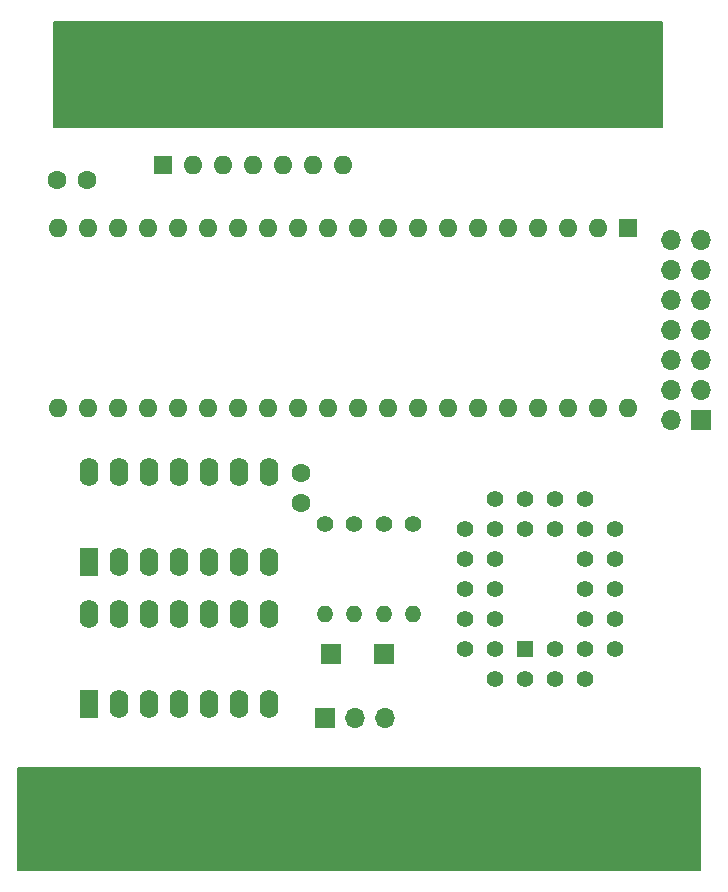
<source format=gbr>
%TF.GenerationSoftware,KiCad,Pcbnew,9.0.0*%
%TF.CreationDate,2025-04-04T12:39:40-04:00*%
%TF.ProjectId,RTC-Link2p,5254432d-4c69-46e6-9b32-702e6b696361,rev?*%
%TF.SameCoordinates,Original*%
%TF.FileFunction,Soldermask,Top*%
%TF.FilePolarity,Negative*%
%FSLAX46Y46*%
G04 Gerber Fmt 4.6, Leading zero omitted, Abs format (unit mm)*
G04 Created by KiCad (PCBNEW 9.0.0) date 2025-04-04 12:39:40*
%MOMM*%
%LPD*%
G01*
G04 APERTURE LIST*
%ADD10C,0.150000*%
%ADD11C,1.400000*%
%ADD12O,1.400000X1.400000*%
%ADD13R,1.600000X2.400000*%
%ADD14O,1.600000X2.400000*%
%ADD15R,1.600000X1.600000*%
%ADD16O,1.600000X1.600000*%
%ADD17R,1.524000X7.620000*%
%ADD18R,1.700000X1.700000*%
%ADD19O,1.700000X1.700000*%
%ADD20C,1.600000*%
%ADD21R,1.422400X1.422400*%
%ADD22C,1.422400*%
%ADD23R,2.286000X8.000000*%
G04 APERTURE END LIST*
D10*
X123300000Y-108900000D02*
X181000000Y-108900000D01*
X181000000Y-117500000D01*
X123300000Y-117500000D01*
X123300000Y-108900000D01*
G36*
X123300000Y-108900000D02*
G01*
X181000000Y-108900000D01*
X181000000Y-117500000D01*
X123300000Y-117500000D01*
X123300000Y-108900000D01*
G37*
X126300000Y-45700000D02*
X177800000Y-45700000D01*
X177800000Y-54600000D01*
X126300000Y-54600000D01*
X126300000Y-45700000D01*
G36*
X126300000Y-45700000D02*
G01*
X177800000Y-45700000D01*
X177800000Y-54600000D01*
X126300000Y-54600000D01*
X126300000Y-45700000D01*
G37*
D11*
%TO.C,R10*%
X149250000Y-88250000D03*
D12*
X149250000Y-95870000D03*
%TD*%
D13*
%TO.C,U2*%
X129260000Y-103460000D03*
D14*
X131800000Y-103460000D03*
X134340000Y-103460000D03*
X136880000Y-103460000D03*
X139420000Y-103460000D03*
X141960000Y-103460000D03*
X144500000Y-103460000D03*
X144500000Y-95840000D03*
X141960000Y-95840000D03*
X139420000Y-95840000D03*
X136880000Y-95840000D03*
X134340000Y-95840000D03*
X131800000Y-95840000D03*
X129260000Y-95840000D03*
%TD*%
D15*
%TO.C,U1*%
X174925000Y-63165000D03*
D16*
X172385000Y-63165000D03*
X169845000Y-63165000D03*
X167305000Y-63165000D03*
X164765000Y-63165000D03*
X162225000Y-63165000D03*
X159685000Y-63165000D03*
X157145000Y-63165000D03*
X154605000Y-63165000D03*
X152065000Y-63165000D03*
X149525000Y-63165000D03*
X146985000Y-63165000D03*
X144445000Y-63165000D03*
X141905000Y-63165000D03*
X139365000Y-63165000D03*
X136825000Y-63165000D03*
X134285000Y-63165000D03*
X131745000Y-63165000D03*
X129205000Y-63165000D03*
X126665000Y-63165000D03*
X126665000Y-78405000D03*
X129205000Y-78405000D03*
X131745000Y-78405000D03*
X134285000Y-78405000D03*
X136825000Y-78405000D03*
X139365000Y-78405000D03*
X141905000Y-78405000D03*
X144445000Y-78405000D03*
X146985000Y-78405000D03*
X149525000Y-78405000D03*
X152065000Y-78405000D03*
X154605000Y-78405000D03*
X157145000Y-78405000D03*
X159685000Y-78405000D03*
X162225000Y-78405000D03*
X164765000Y-78405000D03*
X167305000Y-78405000D03*
X169845000Y-78405000D03*
X172385000Y-78405000D03*
X174925000Y-78405000D03*
%TD*%
D17*
%TO.C,P1*%
X125660000Y-113000000D03*
X128200000Y-113000000D03*
X130740000Y-113000000D03*
X133280000Y-113000000D03*
X135820000Y-113000000D03*
X138360000Y-113000000D03*
X140900000Y-113000000D03*
X143440000Y-113000000D03*
X145980000Y-113000000D03*
X148520000Y-113000000D03*
X151060000Y-113000000D03*
X153600000Y-113000000D03*
X156140000Y-113000000D03*
X158680000Y-113000000D03*
X161220000Y-113000000D03*
X163760000Y-113000000D03*
X166300000Y-113000000D03*
X168840000Y-113000000D03*
X171380000Y-113000000D03*
X173920000Y-113000000D03*
X176460000Y-113000000D03*
X179000000Y-113000000D03*
X125660000Y-113000000D03*
X128200000Y-113000000D03*
X130740000Y-113000000D03*
X133280000Y-113000000D03*
X135820000Y-113000000D03*
X138360000Y-113000000D03*
X140900000Y-113000000D03*
X143440000Y-113000000D03*
X145980000Y-113000000D03*
X148520000Y-113000000D03*
X151060000Y-113000000D03*
X153600000Y-113000000D03*
X156140000Y-113000000D03*
X158680000Y-113000000D03*
X161220000Y-113000000D03*
X163760000Y-113000000D03*
X166300000Y-113000000D03*
X168840000Y-113000000D03*
X171380000Y-113000000D03*
X173920000Y-113000000D03*
X176460000Y-113000000D03*
X179000000Y-113000000D03*
%TD*%
D18*
%TO.C,J4*%
X149301200Y-104622600D03*
D19*
X151841200Y-104622600D03*
X154381200Y-104622600D03*
%TD*%
D18*
%TO.C,J3*%
X154250000Y-99245000D03*
%TD*%
D20*
%TO.C,C1*%
X129100000Y-59100000D03*
X126600000Y-59100000D03*
%TD*%
D11*
%TO.C,R7*%
X151750000Y-88250000D03*
D12*
X151750000Y-95870000D03*
%TD*%
D15*
%TO.C,RN1*%
X135559800Y-57835800D03*
D16*
X138099800Y-57835800D03*
X140639800Y-57835800D03*
X143179800Y-57835800D03*
X145719800Y-57835800D03*
X148259800Y-57835800D03*
X150799800Y-57835800D03*
%TD*%
D18*
%TO.C,J1*%
X181100000Y-79400000D03*
D19*
X178560000Y-79400000D03*
X181100000Y-76860000D03*
X178560000Y-76860000D03*
X181100000Y-74320000D03*
X178560000Y-74320000D03*
X181100000Y-71780000D03*
X178560000Y-71780000D03*
X181100000Y-69240000D03*
X178560000Y-69240000D03*
X181100000Y-66700000D03*
X178560000Y-66700000D03*
X181100000Y-64160000D03*
X178560000Y-64160000D03*
%TD*%
D21*
%TO.C,U5*%
X166235000Y-98830000D03*
D22*
X168775000Y-101370000D03*
X168775000Y-98830000D03*
X171315000Y-101370000D03*
X173855000Y-98830000D03*
X171315000Y-98830000D03*
X173855000Y-96290000D03*
X171315000Y-96290000D03*
X173855000Y-93750000D03*
X171315000Y-93750000D03*
X173855000Y-91210000D03*
X171315000Y-91210000D03*
X173855000Y-88670000D03*
X171315000Y-86130000D03*
X171315000Y-88670000D03*
X168775000Y-86130000D03*
X168775000Y-88670000D03*
X166235000Y-86130000D03*
X166235000Y-88670000D03*
X163695000Y-86130000D03*
X161155000Y-88670000D03*
X163695000Y-88670000D03*
X161155000Y-91210000D03*
X163695000Y-91210000D03*
X161155000Y-93750000D03*
X163695000Y-93750000D03*
X161155000Y-96290000D03*
X163695000Y-96290000D03*
X161155000Y-98830000D03*
X163695000Y-101370000D03*
X163695000Y-98830000D03*
X166235000Y-101370000D03*
%TD*%
D20*
%TO.C,C2*%
X147200000Y-83900000D03*
X147200000Y-86400000D03*
%TD*%
D18*
%TO.C,J2*%
X149750000Y-99245000D03*
%TD*%
D23*
%TO.C,CN1*%
X173585000Y-50200000D03*
X169625000Y-50200000D03*
X165665000Y-50200000D03*
X161705000Y-50200000D03*
X157745000Y-50200000D03*
X153785000Y-50200000D03*
X149825000Y-50200000D03*
X145865000Y-50200000D03*
X141905000Y-50200000D03*
X137945000Y-50200000D03*
X133985000Y-50200000D03*
X130025000Y-50200000D03*
%TD*%
D11*
%TO.C,R9*%
X156750000Y-88250000D03*
D12*
X156750000Y-95870000D03*
%TD*%
D11*
%TO.C,R8*%
X154250000Y-88250000D03*
D12*
X154250000Y-95870000D03*
%TD*%
D13*
%TO.C,U3*%
X129260000Y-91460000D03*
D14*
X131800000Y-91460000D03*
X134340000Y-91460000D03*
X136880000Y-91460000D03*
X139420000Y-91460000D03*
X141960000Y-91460000D03*
X144500000Y-91460000D03*
X144500000Y-83840000D03*
X141960000Y-83840000D03*
X139420000Y-83840000D03*
X136880000Y-83840000D03*
X134340000Y-83840000D03*
X131800000Y-83840000D03*
X129260000Y-83840000D03*
%TD*%
M02*

</source>
